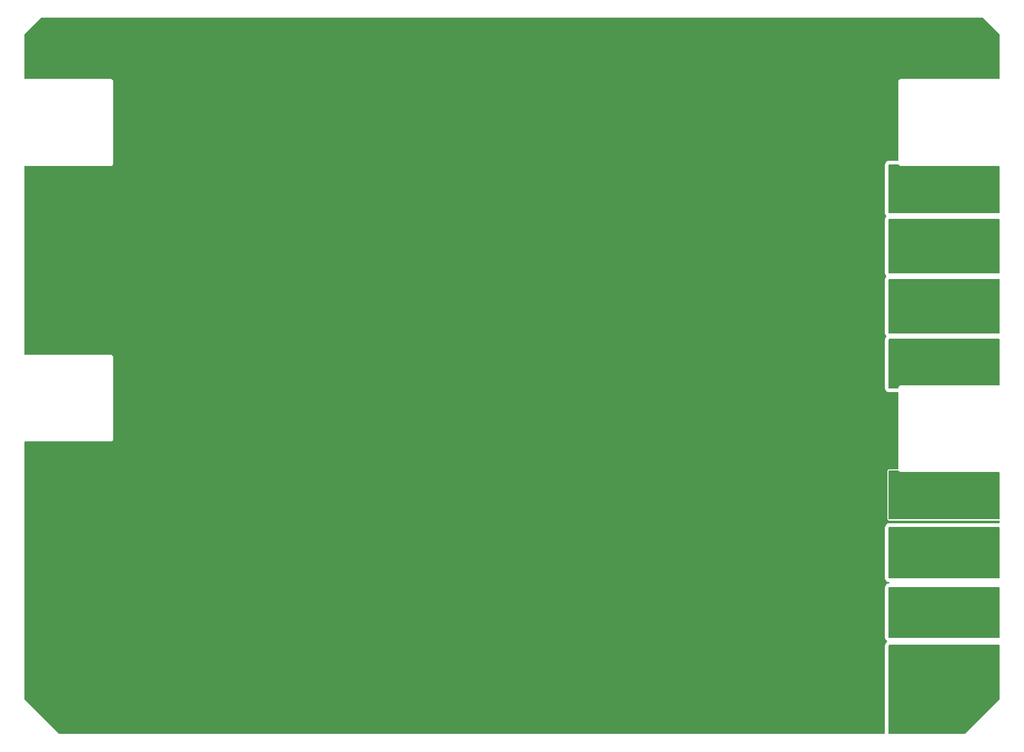
<source format=gtl>
G75*
G70*
%OFA0B0*%
%FSLAX25Y25*%
%IPPOS*%
%LPD*%
%AMOC8*
5,1,8,0,0,1.08239X$1,22.5*
%
X0000000Y0000000D02*
%LPD*%
G01*
G36*
X0627790Y0059267D02*
G01*
X0627932Y0059072D01*
X0627951Y0058951D01*
X0627951Y0024599D01*
X0627876Y0024370D01*
X0627837Y0024324D01*
X0605597Y0002084D01*
X0605383Y0001975D01*
X0605322Y0001970D01*
X0557186Y0001970D01*
X0556957Y0002044D01*
X0556815Y0002239D01*
X0556796Y0002360D01*
X0556796Y0058951D01*
X0556870Y0059181D01*
X0557065Y0059322D01*
X0557186Y0059341D01*
X0627561Y0059341D01*
X0627790Y0059267D01*
G37*
G36*
X0627790Y0255920D02*
G01*
X0627932Y0255725D01*
X0627951Y0255605D01*
X0627951Y0226604D01*
X0627876Y0226375D01*
X0627681Y0226233D01*
X0627561Y0226214D01*
X0565220Y0226214D01*
X0564701Y0226214D01*
X0564394Y0226132D01*
X0564200Y0226080D01*
X0563751Y0225820D01*
X0563384Y0225453D01*
X0563124Y0225004D01*
X0562990Y0224503D01*
X0562987Y0224478D01*
X0562975Y0224479D01*
X0562916Y0224297D01*
X0562721Y0224155D01*
X0562602Y0224136D01*
X0557188Y0224107D01*
X0556958Y0224180D01*
X0556816Y0224374D01*
X0556796Y0224497D01*
X0556796Y0255605D01*
X0556870Y0255834D01*
X0557065Y0255976D01*
X0557186Y0255995D01*
X0627561Y0255995D01*
X0627790Y0255920D01*
G37*
G36*
X0563224Y0368125D02*
G01*
X0563332Y0368005D01*
X0563384Y0367916D01*
X0563751Y0367549D01*
X0563751Y0367549D01*
X0563751Y0367549D01*
X0564200Y0367289D01*
X0564200Y0367289D01*
X0564200Y0367289D01*
X0564200Y0367289D01*
X0564701Y0367155D01*
X0565220Y0367155D01*
X0627561Y0367155D01*
X0627790Y0367081D01*
X0627932Y0366886D01*
X0627951Y0366765D01*
X0627951Y0337093D01*
X0627876Y0336864D01*
X0627681Y0336723D01*
X0627561Y0336703D01*
X0557186Y0336703D01*
X0556957Y0336778D01*
X0556815Y0336973D01*
X0556796Y0337093D01*
X0556796Y0367810D01*
X0556870Y0368039D01*
X0557065Y0368180D01*
X0557186Y0368200D01*
X0562995Y0368200D01*
X0563224Y0368125D01*
G37*
G36*
X0563224Y0171275D02*
G01*
X0563332Y0171154D01*
X0563384Y0171065D01*
X0563751Y0170698D01*
X0563751Y0170698D01*
X0563751Y0170698D01*
X0564200Y0170439D01*
X0564200Y0170439D01*
X0564200Y0170439D01*
X0564200Y0170439D01*
X0564701Y0170305D01*
X0565220Y0170305D01*
X0627561Y0170305D01*
X0627790Y0170230D01*
X0627932Y0170035D01*
X0627951Y0169915D01*
X0627951Y0140440D01*
X0627876Y0140211D01*
X0627681Y0140069D01*
X0627561Y0140050D01*
X0557186Y0140050D01*
X0556957Y0140124D01*
X0556815Y0140319D01*
X0556796Y0140440D01*
X0556796Y0170959D01*
X0556870Y0171188D01*
X0557065Y0171330D01*
X0557186Y0171349D01*
X0562995Y0171349D01*
X0563224Y0171275D01*
G37*
G36*
X0627790Y0096472D02*
G01*
X0627932Y0096277D01*
X0627951Y0096156D01*
X0627951Y0064259D01*
X0627876Y0064029D01*
X0627681Y0063888D01*
X0627561Y0063869D01*
X0557186Y0063869D01*
X0556957Y0063943D01*
X0556815Y0064138D01*
X0556796Y0064259D01*
X0556796Y0096156D01*
X0556870Y0096385D01*
X0557065Y0096527D01*
X0557186Y0096546D01*
X0627561Y0096546D01*
X0627790Y0096472D01*
G37*
G36*
X0627790Y0294503D02*
G01*
X0627932Y0294308D01*
X0627951Y0294188D01*
X0627951Y0259928D01*
X0627876Y0259699D01*
X0627681Y0259557D01*
X0627561Y0259538D01*
X0557186Y0259538D01*
X0556957Y0259613D01*
X0556815Y0259807D01*
X0556796Y0259928D01*
X0556796Y0294188D01*
X0556870Y0294417D01*
X0557065Y0294558D01*
X0557186Y0294577D01*
X0627561Y0294577D01*
X0627790Y0294503D01*
G37*
G36*
X0627790Y0333086D02*
G01*
X0627932Y0332891D01*
X0627951Y0332770D01*
X0627951Y0298511D01*
X0627876Y0298281D01*
X0627681Y0298140D01*
X0627561Y0298121D01*
X0557186Y0298121D01*
X0556957Y0298195D01*
X0556815Y0298390D01*
X0556796Y0298511D01*
X0556796Y0332770D01*
X0556870Y0332999D01*
X0557065Y0333141D01*
X0557186Y0333160D01*
X0627561Y0333160D01*
X0627790Y0333086D01*
G37*
G36*
X0627790Y0135054D02*
G01*
X0627932Y0134859D01*
X0627951Y0134739D01*
X0627951Y0102448D01*
X0627876Y0102218D01*
X0627681Y0102077D01*
X0627561Y0102058D01*
X0557186Y0102058D01*
X0556957Y0102132D01*
X0556815Y0102327D01*
X0556796Y0102448D01*
X0556796Y0134739D01*
X0556870Y0134968D01*
X0557065Y0135110D01*
X0557186Y0135129D01*
X0627561Y0135129D01*
X0627790Y0135054D01*
G37*
G36*
X0617362Y0462356D02*
G01*
X0617408Y0462316D01*
X0627837Y0451888D01*
X0627946Y0451673D01*
X0627951Y0451612D01*
X0627951Y0423454D01*
X0627876Y0423225D01*
X0627681Y0423084D01*
X0627561Y0423064D01*
X0565220Y0423064D01*
X0564701Y0423064D01*
X0564394Y0422982D01*
X0564200Y0422930D01*
X0563751Y0422671D01*
X0563384Y0422304D01*
X0563124Y0421855D01*
X0562990Y0421353D01*
X0562990Y0370973D01*
X0562916Y0370744D01*
X0562721Y0370602D01*
X0562600Y0370583D01*
X0557186Y0370583D01*
X0556813Y0370554D01*
X0556773Y0370548D01*
X0556692Y0370535D01*
X0556211Y0370406D01*
X0555664Y0370109D01*
X0555664Y0370109D01*
X0555469Y0369967D01*
X0555469Y0369967D01*
X0555275Y0369810D01*
X0555275Y0369810D01*
X0554871Y0369337D01*
X0554871Y0369337D01*
X0554603Y0368775D01*
X0554529Y0368546D01*
X0554493Y0368427D01*
X0554412Y0367810D01*
X0554412Y0337093D01*
X0554442Y0336720D01*
X0554461Y0336600D01*
X0554590Y0336118D01*
X0554887Y0335572D01*
X0554887Y0335572D01*
X0555028Y0335377D01*
X0555028Y0335377D01*
X0555196Y0335169D01*
X0555283Y0334944D01*
X0555220Y0334712D01*
X0555190Y0334671D01*
X0554871Y0334298D01*
X0554603Y0333736D01*
X0554529Y0333507D01*
X0554493Y0333387D01*
X0554412Y0332770D01*
X0554412Y0298511D01*
X0554442Y0298138D01*
X0554461Y0298017D01*
X0554590Y0297536D01*
X0554887Y0296989D01*
X0554887Y0296989D01*
X0555028Y0296794D01*
X0555028Y0296794D01*
X0555196Y0296586D01*
X0555283Y0296362D01*
X0555220Y0296129D01*
X0555190Y0296088D01*
X0554871Y0295715D01*
X0554603Y0295153D01*
X0554529Y0294924D01*
X0554493Y0294805D01*
X0554412Y0294188D01*
X0554412Y0259928D01*
X0554442Y0259555D01*
X0554461Y0259435D01*
X0554590Y0258953D01*
X0554887Y0258406D01*
X0554887Y0258406D01*
X0555028Y0258211D01*
X0555028Y0258211D01*
X0555196Y0258004D01*
X0555283Y0257779D01*
X0555220Y0257546D01*
X0555190Y0257505D01*
X0554871Y0257132D01*
X0554603Y0256571D01*
X0554529Y0256342D01*
X0554493Y0256222D01*
X0554412Y0255605D01*
X0554412Y0224497D01*
X0554443Y0224118D01*
X0554443Y0224118D01*
X0554462Y0223995D01*
X0554595Y0223508D01*
X0554895Y0222963D01*
X0554895Y0222963D01*
X0554895Y0222963D01*
X0555037Y0222769D01*
X0555121Y0222667D01*
X0555196Y0222576D01*
X0555196Y0222576D01*
X0555671Y0222174D01*
X0555671Y0222174D01*
X0555671Y0222174D01*
X0556234Y0221909D01*
X0556464Y0221836D01*
X0556583Y0221801D01*
X0557201Y0221723D01*
X0562598Y0221752D01*
X0562828Y0221679D01*
X0562970Y0221485D01*
X0562990Y0221363D01*
X0562990Y0172548D01*
X0562916Y0172319D01*
X0562721Y0172177D01*
X0562600Y0172158D01*
X0557186Y0172158D01*
X0557059Y0172148D01*
X0556939Y0172129D01*
X0556921Y0172126D01*
X0556921Y0172126D01*
X0556590Y0171985D01*
X0556395Y0171843D01*
X0556286Y0171748D01*
X0556101Y0171438D01*
X0556101Y0171438D01*
X0556027Y0171209D01*
X0555987Y0170959D01*
X0555987Y0170959D01*
X0555987Y0140440D01*
X0555997Y0140313D01*
X0556016Y0140192D01*
X0556019Y0140175D01*
X0556019Y0140175D01*
X0556161Y0139844D01*
X0556161Y0139844D01*
X0556302Y0139649D01*
X0556398Y0139540D01*
X0556707Y0139355D01*
X0556936Y0139280D01*
X0556983Y0139273D01*
X0557186Y0139241D01*
X0627561Y0139241D01*
X0627790Y0139166D01*
X0627932Y0138972D01*
X0627951Y0138851D01*
X0627951Y0137902D01*
X0627876Y0137673D01*
X0627681Y0137532D01*
X0627561Y0137512D01*
X0557186Y0137512D01*
X0556813Y0137483D01*
X0556773Y0137477D01*
X0556692Y0137464D01*
X0556211Y0137335D01*
X0555664Y0137038D01*
X0555664Y0137038D01*
X0555469Y0136897D01*
X0555469Y0136897D01*
X0555275Y0136740D01*
X0555275Y0136739D01*
X0554871Y0136266D01*
X0554871Y0136266D01*
X0554603Y0135705D01*
X0554529Y0135475D01*
X0554493Y0135356D01*
X0554412Y0134739D01*
X0554412Y0102448D01*
X0554442Y0102075D01*
X0554461Y0101954D01*
X0554590Y0101473D01*
X0554887Y0100926D01*
X0554887Y0100926D01*
X0554887Y0100926D01*
X0555028Y0100731D01*
X0555185Y0100537D01*
X0555185Y0100537D01*
X0555185Y0100537D01*
X0555658Y0100133D01*
X0555658Y0100133D01*
X0556094Y0099925D01*
X0556220Y0099865D01*
X0556449Y0099791D01*
X0556523Y0099769D01*
X0556569Y0099755D01*
X0556569Y0099755D01*
X0556569Y0099755D01*
X0557047Y0099692D01*
X0557264Y0099589D01*
X0557379Y0099377D01*
X0557347Y0099138D01*
X0557182Y0098963D01*
X0557026Y0098917D01*
X0556813Y0098900D01*
X0556789Y0098897D01*
X0556692Y0098881D01*
X0556211Y0098752D01*
X0555664Y0098455D01*
X0555664Y0098455D01*
X0555469Y0098314D01*
X0555469Y0098314D01*
X0555275Y0098157D01*
X0555275Y0098157D01*
X0554871Y0097684D01*
X0554871Y0097684D01*
X0554603Y0097122D01*
X0554529Y0096893D01*
X0554493Y0096773D01*
X0554412Y0096156D01*
X0554412Y0064259D01*
X0554442Y0063886D01*
X0554461Y0063765D01*
X0554590Y0063284D01*
X0554887Y0062737D01*
X0554887Y0062737D01*
X0554887Y0062737D01*
X0555028Y0062542D01*
X0555185Y0062348D01*
X0555185Y0062348D01*
X0555185Y0062348D01*
X0555658Y0061944D01*
X0555680Y0061930D01*
X0555676Y0061924D01*
X0555825Y0061782D01*
X0555869Y0061545D01*
X0555766Y0061328D01*
X0555675Y0061258D01*
X0555675Y0061258D01*
X0555672Y0061256D01*
X0555669Y0061253D01*
X0555664Y0061251D01*
X0555664Y0061251D01*
X0555469Y0061109D01*
X0555469Y0061109D01*
X0555275Y0060952D01*
X0555275Y0060952D01*
X0554871Y0060479D01*
X0554871Y0060479D01*
X0554603Y0059917D01*
X0554529Y0059688D01*
X0554493Y0059568D01*
X0554412Y0058951D01*
X0554412Y0002360D01*
X0554338Y0002131D01*
X0554143Y0001989D01*
X0554022Y0001970D01*
X0024600Y0001970D01*
X0024371Y0002044D01*
X0024324Y0002084D01*
X0002085Y0024324D01*
X0001975Y0024538D01*
X0001970Y0024599D01*
X0001970Y0189600D01*
X0002045Y0189829D01*
X0002240Y0189971D01*
X0002360Y0189990D01*
X0057346Y0189990D01*
X0057346Y0189990D01*
X0057847Y0190124D01*
X0057847Y0190124D01*
X0057847Y0190124D01*
X0058296Y0190383D01*
X0058296Y0190383D01*
X0058297Y0190383D01*
X0058663Y0190750D01*
X0058923Y0191200D01*
X0059057Y0191701D01*
X0059057Y0244188D01*
X0058923Y0244689D01*
X0058923Y0244689D01*
X0058923Y0244689D01*
X0058663Y0245139D01*
X0058663Y0245139D01*
X0058663Y0245139D01*
X0058297Y0245505D01*
X0058296Y0245505D01*
X0058296Y0245505D01*
X0057847Y0245765D01*
X0057847Y0245765D01*
X0057653Y0245817D01*
X0057346Y0245899D01*
X0057346Y0245899D01*
X0002360Y0245899D01*
X0002131Y0245974D01*
X0001990Y0246168D01*
X0001970Y0246289D01*
X0001970Y0366765D01*
X0002045Y0366994D01*
X0002240Y0367136D01*
X0002360Y0367155D01*
X0057346Y0367155D01*
X0057346Y0367155D01*
X0057847Y0367289D01*
X0057847Y0367289D01*
X0057847Y0367289D01*
X0058296Y0367549D01*
X0058296Y0367549D01*
X0058297Y0367549D01*
X0058663Y0367916D01*
X0058923Y0368365D01*
X0059057Y0368866D01*
X0059057Y0421353D01*
X0058923Y0421855D01*
X0058923Y0421855D01*
X0058923Y0421855D01*
X0058663Y0422304D01*
X0058663Y0422304D01*
X0058663Y0422304D01*
X0058297Y0422671D01*
X0058296Y0422671D01*
X0058296Y0422671D01*
X0057847Y0422930D01*
X0057847Y0422930D01*
X0057653Y0422982D01*
X0057346Y0423064D01*
X0057346Y0423064D01*
X0002360Y0423064D01*
X0002131Y0423139D01*
X0001990Y0423334D01*
X0001970Y0423454D01*
X0001970Y0451612D01*
X0002045Y0451842D01*
X0002085Y0451888D01*
X0012513Y0462316D01*
X0012728Y0462426D01*
X0012789Y0462431D01*
X0617133Y0462431D01*
X0617362Y0462356D01*
G37*
M02*

</source>
